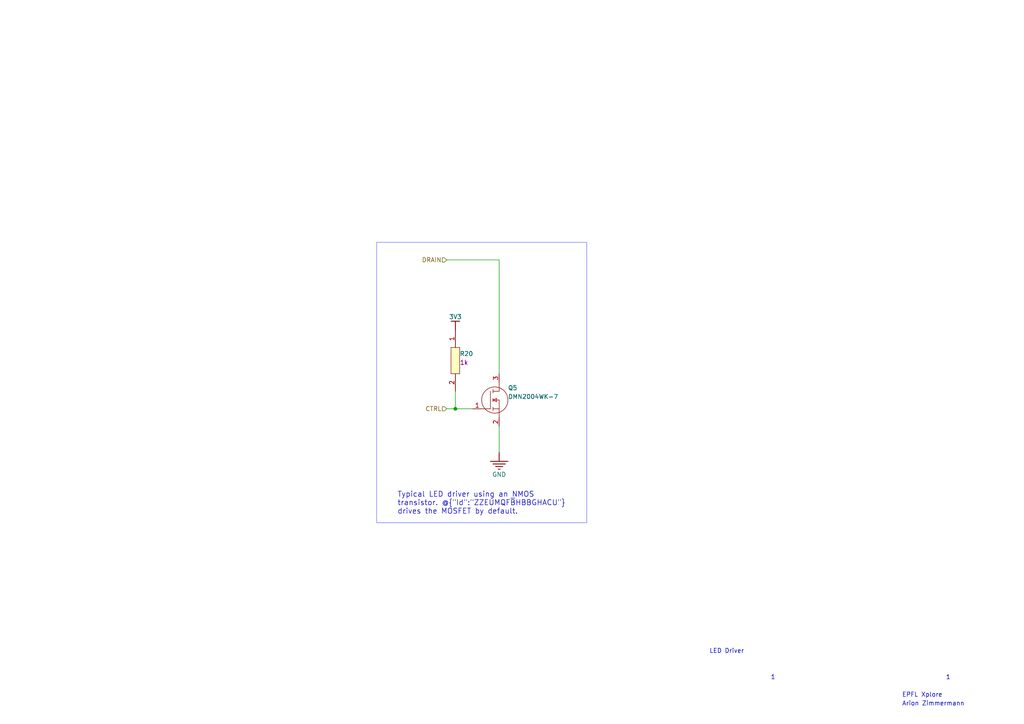
<source format=kicad_sch>
(kicad_sch (version 20250114) (generator "eeschema") (generator_version "9.0")
  (paper "A4")
  (lib_symbols
    (symbol "PolluxIII-altium-import:3V3_BAR" (power)
      (property "Value" "3V3" (at 0 -3.81 0))
      (symbol "3V3_BAR_0_0"
        (polyline (pts (xy -1.27 -2.54) (xy 1.27 -2.54)) (stroke (width 0.254)))
        (polyline (pts (xy 0 0) (xy 0 -2.54)) (stroke (width 0.254)))
        (pin power_in line (at 0 0 0) (length 0) (hide yes) (name "3V3") (number ""))
      )
    )
    (symbol "PolluxIII-altium-import:GND_POWER_GROUND" (power)
      (property "Value" "GND" (at 0 -6.35 0))
      (symbol "GND_POWER_GROUND_0_0"
        (polyline (pts (xy -2.54 -2.54) (xy 2.54 -2.54)) (stroke (width 0.254)))
        (polyline (pts (xy -1.778 -3.302) (xy 1.778 -3.302)) (stroke (width 0.254)))
        (polyline (pts (xy -1.016 -4.064) (xy 1.016 -4.064)) (stroke (width 0.254)))
        (polyline (pts (xy -0.254 -4.826) (xy 0.254 -4.826)) (stroke (width 0.254)))
        (polyline (pts (xy 0 0) (xy 0 -2.54)) (stroke (width 0.254)))
        (pin power_in line (at 0 0 0) (length 0) (hide yes) (name "GND") (number ""))
      )
    )
    (symbol "PolluxIII-altium-import:LED_ST_B_0_DMN2004WK-7_SamacSys.SchLib" (pin_names (hide yes))
      (symbol "LED_ST_B_0_DMN2004WK-7_SamacSys.SchLib_1_0"
        (polyline (pts (xy 2.54 0) (xy 5.08 0)))
        (polyline (pts (xy 5.08 5.08) (xy 5.08 0)))
        (polyline (pts (xy 5.842 5.588) (xy 5.842 4.572)))
        (polyline (pts (xy 5.842 2.54) (xy 6.858 3.048)))
        (polyline (pts (xy 5.842 2.032) (xy 5.842 3.048)))
        (polyline (pts (xy 5.842 0) (xy 7.62 0)))
        (polyline (pts (xy 5.842 -0.508) (xy 5.842 0.508)))
        (circle (center 6.35 2.54) (radius 3.81))
        (polyline (pts (xy 6.858 3.048) (xy 6.858 2.032)))
        (polyline (pts (xy 6.858 2.032) (xy 5.842 2.54)))
        (polyline (pts (xy 7.62 5.08) (xy 5.842 5.08)))
        (polyline (pts (xy 7.62 5.08) (xy 7.62 7.62)))
        (polyline (pts (xy 7.62 2.54) (xy 5.842 2.54)))
        (polyline (pts (xy 7.62 2.54) (xy 7.62 -2.54)))
        (pin passive line (at 0 0 0) (length 2.54) (name "G") (number "1"))
        (pin passive line (at 7.62 10.16 270) (length 2.54) (name "D") (number "3"))
        (pin passive line (at 7.62 -5.08 90) (length 2.54) (name "S") (number "2"))
      )
    )
    (symbol "PolluxIII-altium-import:LED_ST_B_3_CRCW06031K00JNEAC_CarrierBoard.SCHLIB" (pin_names (hide yes))
      (symbol "LED_ST_B_3_CRCW06031K00JNEAC_CarrierBoard.SCHLIB_1_0"
        (rectangle (start 1.27 -5.08) (end -1.27 -12.7) (stroke (width 0) (color 128 0 0 1)) (fill (type background)))
        (pin passive line (at 0 0 270) (length 5.08) (name "1") (number "1"))
        (pin passive line (at 0 -17.78 90) (length 5.08) (name "2") (number "2"))
      )
    )
  )
  (rectangle (start 170.18 70.3072) (end 109.22 151.5872) (stroke (width 0.0254) (color 0 0 255 1)))
  (text "LED Driver" (at 205.74 189.6872 0) (effects (font (size 1.27 1.27)) (justify left bottom)))
  (text "1" (at 223.52 197.3072 0) (effects (font (size 1.27 1.27)) (justify left bottom)))
  (text "1" (at 274.32 197.3072 0) (effects (font (size 1.27 1.27)) (justify left bottom)))
  (text "EPFL Xplore" (at 261.62 202.3872 0) (effects (font (size 1.27 1.27)) (justify left bottom)))
  (text "Arion Zimmermann" (at 261.62 204.9272 0) (effects (font (size 1.27 1.27)) (justify left bottom)))
  (text_box "Typical LED driver using an NMOS transistor. @{\"Id\":\"ZZEUMQF~{B}HBBGHACU\"} drives the MOSFET by default." (at 167.64 141.4272 0) (size -53.34 10.16) (margins 0.9525 0.9525 0.9525 0.9525) (stroke (width -0.0001) (color 0 0 0 1)) (effects (font (size 1.524 1.524)) (justify left top)))
  (junction (at 132.08 118.5672))
  (wire (pts (xy 132.08 113.4872) (xy 132.08 118.5672)))
  (wire (pts (xy 132.08 118.5672) (xy 137.16 118.5672)))
  (wire (pts (xy 144.78 131.2672) (xy 144.78 123.6472)))
  (wire (pts (xy 144.78 75.3872) (xy 129.54 75.3872)))
  (wire (pts (xy 129.54 118.5672) (xy 132.08 118.5672)))
  (wire (pts (xy 144.78 108.4072) (xy 144.78 75.3872)))
  (hierarchical_label "DRAIN" (shape input) (at 129.54 75.3872 180))
  (hierarchical_label "CTRL" (shape input) (at 129.54 118.5672 180))
  (symbol (lib_id "PolluxIII-altium-import:LED_ST_B_0_DMN2004WK-7_SamacSys.SchLib") (at 137.16 118.5672 0) (unit 0)
    (property "Reference" "Q5" (at 147.32 113.2332 0) (effects (justify left bottom)))
    (property "Value" "DMN2004WK-7" (at 147.32 115.7732 0) (effects (justify left bottom)))
    (property "Footprint" "C__Users_Arion_Documents_AltiumLL_SamacSys.PcbLib:SOT65P210X110-3N" (effects (hide yes)))
    (property "Description" "MOSFET (N-Channel)" (effects (hide yes)))
    (property "DATASHEET LINK" "https://www.arrow.com/en/products/dmn2004wk-7/diodes-incorporated" (effects (hide yes)))
    (property "HEIGHT" "1.1mm" (effects (hide yes)))
    (property "MANUFACTURER_NAME" "Diodes Inc." (effects (hide yes)))
    (property "MANUFACTURER_PART_NUMBER" "DMN2004WK-7" (effects (hide yes)))
    (property "MOUSER PART NUMBER" "621-DMN2004WK-7" (effects (hide yes)))
    (property "MOUSER PRICE/STOCK" "https://www.mouser.co.uk/ProductDetail/Diodes-Incorporated/DMN2004WK-7?qs=mQbszxtPdlNeJRFooqJmcQ%3D%3D" (effects (hide yes)))
    (property "ARROW PART NUMBER" "DMN2004WK-7" (effects (hide yes)))
    (property "ARROW PRICE/STOCK" "null?region=asia" (effects (hide yes)))
  )
  (symbol (lib_id "PolluxIII-altium-import:GND_POWER_GROUND") (at 144.78 131.2672 0) (unit 1)
    (property "Reference" "#PWR?" (effects (hide yes)))
    (property "Value" "GND" (at 144.78 137.6172 0))
  )
  (symbol (lib_id "PolluxIII-altium-import:LED_ST_B_3_CRCW06031K00JNEAC_CarrierBoard.SCHLIB") (at 132.08 95.7072 0) (unit 0)
    (property "Reference" "R20" (at 133.35 103.3272 0) (effects (justify left bottom)))
    (property "Value" "CRCW060349K9FKEAC" (effects (hide yes)))
    (property "Footprint" "C__Users_arion_Documents_AltiumLL_SamacSys.PcbLib:RESC1608X55N" (effects (hide yes)))
    (property "Description" "Resistor" (effects (hide yes)))
    (property "DATASHEET LINK" "http://www.vishay.com/docs/28773/crcwce3.pdf" (effects (hide yes)))
    (property "HEIGHT" "0.55mm" (effects (hide yes)))
    (property "MANUFACTURER_NAME" "Vishay" (effects (hide yes)))
    (property "MANUFACTURER_PART_NUMBER" "CRCW06031K00JNEAC" (effects (hide yes)))
    (property "MOUSER PART NUMBER" "71-CRCW06031K00JNEAC" (effects (hide yes)))
    (property "MOUSER PRICE/STOCK" "https://www.mouser.co.uk/ProductDetail/Vishay-Dale/CRCW06031K00JNEAC?qs=E3Y5ESvWgWPM5t3DlmyFHQ%3D%3D" (effects (hide yes)))
    (property "ARROW PART NUMBER" "CRCW06031K00JNEAC" (effects (hide yes)))
    (property "ARROW PRICE/STOCK" "https://www.arrow.com/en/products/crcw06031k00jneac/vishay?region=nac" (effects (hide yes)))
    (property "ALTIUM_VALUE" "1k" (at 133.35 105.8672 0) (effects (justify left bottom)))
  )
  (symbol (lib_id "PolluxIII-altium-import:3V3_BAR") (at 132.08 95.7072 180) (unit 1)
    (property "Reference" "#PWR?" (effects (hide yes)))
    (property "Value" "3V3" (at 132.08 91.8972 0))
  )
)
</source>
